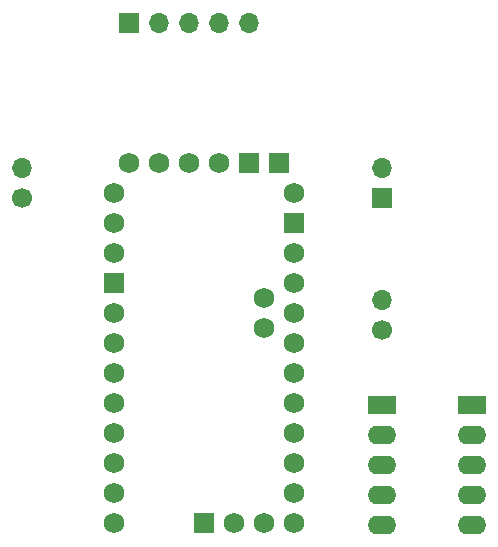
<source format=gbr>
%TF.GenerationSoftware,KiCad,Pcbnew,8.0.1-8.0.1-1~ubuntu22.04.1*%
%TF.CreationDate,2024-03-21T15:32:47+01:00*%
%TF.ProjectId,AirGo,41697247-6f2e-46b6-9963-61645f706362,rev?*%
%TF.SameCoordinates,Original*%
%TF.FileFunction,Soldermask,Bot*%
%TF.FilePolarity,Negative*%
%FSLAX46Y46*%
G04 Gerber Fmt 4.6, Leading zero omitted, Abs format (unit mm)*
G04 Created by KiCad (PCBNEW 8.0.1-8.0.1-1~ubuntu22.04.1) date 2024-03-21 15:32:47*
%MOMM*%
%LPD*%
G01*
G04 APERTURE LIST*
%ADD10R,1.700000X1.700000*%
%ADD11O,1.700000X1.700000*%
%ADD12C,1.700000*%
%ADD13C,1.727200*%
%ADD14R,1.727200X1.727200*%
%ADD15R,2.400000X1.600000*%
%ADD16O,2.400000X1.600000*%
G04 APERTURE END LIST*
D10*
%TO.C,J1*%
X132080000Y-61219000D03*
D11*
X132080000Y-58679000D03*
%TD*%
D10*
%TO.C,J2*%
X110666895Y-46427371D03*
D11*
X113206895Y-46427371D03*
X115746895Y-46427371D03*
X118286895Y-46427371D03*
X120826895Y-46427371D03*
%TD*%
D12*
%TO.C,J4*%
X132080000Y-72390000D03*
D11*
X132080000Y-69850000D03*
%TD*%
D13*
%TO.C,A1*%
X124620000Y-78580000D03*
X124620000Y-76040000D03*
X124620000Y-73500000D03*
X124620000Y-70960000D03*
X122080000Y-72230000D03*
X122080000Y-69690000D03*
X119540000Y-88740000D03*
X122080000Y-88740000D03*
X109380000Y-63340000D03*
X109380000Y-60800000D03*
X109380000Y-70960000D03*
X109380000Y-73500000D03*
X109380000Y-76040000D03*
X109380000Y-78580000D03*
X109380000Y-81120000D03*
X109380000Y-83660000D03*
X109380000Y-86200000D03*
X109380000Y-88740000D03*
X124620000Y-88740000D03*
X124620000Y-86200000D03*
X124620000Y-83660000D03*
X124620000Y-81120000D03*
X110650000Y-58260000D03*
D14*
X109380000Y-68420000D03*
X124620000Y-63340000D03*
X117000000Y-88740000D03*
X120810000Y-58260000D03*
X123350000Y-58260000D03*
D13*
X124620000Y-60800000D03*
X109380000Y-65880000D03*
X124620000Y-65880000D03*
X115730000Y-58260000D03*
X113190000Y-58260000D03*
X124620000Y-68420000D03*
X118270000Y-58260000D03*
%TD*%
D15*
%TO.C,U2*%
X132080000Y-78740000D03*
D16*
X132080000Y-81280000D03*
X132080000Y-83820000D03*
X132080000Y-86360000D03*
X132080000Y-88900000D03*
X139700000Y-88900000D03*
X139700000Y-86360000D03*
X139700000Y-83820000D03*
X139700000Y-81280000D03*
D15*
X139700000Y-78740000D03*
%TD*%
D12*
%TO.C,J3*%
X101600000Y-61219000D03*
D11*
X101600000Y-58679000D03*
%TD*%
M02*

</source>
